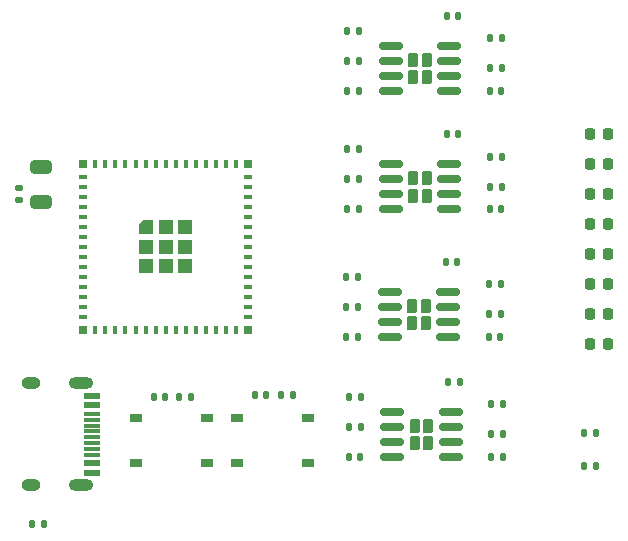
<source format=gbr>
%TF.GenerationSoftware,KiCad,Pcbnew,8.0.5*%
%TF.CreationDate,2024-11-19T03:03:03+05:30*%
%TF.ProjectId,midi,6d696469-2e6b-4696-9361-645f70636258,rev?*%
%TF.SameCoordinates,Original*%
%TF.FileFunction,Paste,Top*%
%TF.FilePolarity,Positive*%
%FSLAX46Y46*%
G04 Gerber Fmt 4.6, Leading zero omitted, Abs format (unit mm)*
G04 Created by KiCad (PCBNEW 8.0.5) date 2024-11-19 03:03:03*
%MOMM*%
%LPD*%
G01*
G04 APERTURE LIST*
G04 Aperture macros list*
%AMRoundRect*
0 Rectangle with rounded corners*
0 $1 Rounding radius*
0 $2 $3 $4 $5 $6 $7 $8 $9 X,Y pos of 4 corners*
0 Add a 4 corners polygon primitive as box body*
4,1,4,$2,$3,$4,$5,$6,$7,$8,$9,$2,$3,0*
0 Add four circle primitives for the rounded corners*
1,1,$1+$1,$2,$3*
1,1,$1+$1,$4,$5*
1,1,$1+$1,$6,$7*
1,1,$1+$1,$8,$9*
0 Add four rect primitives between the rounded corners*
20,1,$1+$1,$2,$3,$4,$5,0*
20,1,$1+$1,$4,$5,$6,$7,0*
20,1,$1+$1,$6,$7,$8,$9,0*
20,1,$1+$1,$8,$9,$2,$3,0*%
%AMOutline5P*
0 Free polygon, 5 corners , with rotation*
0 The origin of the aperture is its center*
0 number of corners: always 5*
0 $1 to $10 corner X, Y*
0 $11 Rotation angle, in degrees counterclockwise*
0 create outline with 5 corners*
4,1,5,$1,$2,$3,$4,$5,$6,$7,$8,$9,$10,$1,$2,$11*%
%AMOutline6P*
0 Free polygon, 6 corners , with rotation*
0 The origin of the aperture is its center*
0 number of corners: always 6*
0 $1 to $12 corner X, Y*
0 $13 Rotation angle, in degrees counterclockwise*
0 create outline with 6 corners*
4,1,6,$1,$2,$3,$4,$5,$6,$7,$8,$9,$10,$11,$12,$1,$2,$13*%
%AMOutline7P*
0 Free polygon, 7 corners , with rotation*
0 The origin of the aperture is its center*
0 number of corners: always 7*
0 $1 to $14 corner X, Y*
0 $15 Rotation angle, in degrees counterclockwise*
0 create outline with 7 corners*
4,1,7,$1,$2,$3,$4,$5,$6,$7,$8,$9,$10,$11,$12,$13,$14,$1,$2,$15*%
%AMOutline8P*
0 Free polygon, 8 corners , with rotation*
0 The origin of the aperture is its center*
0 number of corners: always 8*
0 $1 to $16 corner X, Y*
0 $17 Rotation angle, in degrees counterclockwise*
0 create outline with 8 corners*
4,1,8,$1,$2,$3,$4,$5,$6,$7,$8,$9,$10,$11,$12,$13,$14,$15,$16,$1,$2,$17*%
G04 Aperture macros list end*
%ADD10RoundRect,0.135000X-0.135000X-0.185000X0.135000X-0.185000X0.135000X0.185000X-0.135000X0.185000X0*%
%ADD11RoundRect,0.140000X0.140000X0.170000X-0.140000X0.170000X-0.140000X-0.170000X0.140000X-0.170000X0*%
%ADD12RoundRect,0.135000X0.135000X0.185000X-0.135000X0.185000X-0.135000X-0.185000X0.135000X-0.185000X0*%
%ADD13RoundRect,0.140000X-0.140000X-0.170000X0.140000X-0.170000X0.140000X0.170000X-0.140000X0.170000X0*%
%ADD14RoundRect,0.218750X0.218750X0.256250X-0.218750X0.256250X-0.218750X-0.256250X0.218750X-0.256250X0*%
%ADD15R,1.000000X0.750000*%
%ADD16R,1.450000X0.600000*%
%ADD17R,1.450000X0.300000*%
%ADD18O,2.100000X1.000000*%
%ADD19O,1.600000X1.000000*%
%ADD20RoundRect,0.230000X-0.230000X-0.375000X0.230000X-0.375000X0.230000X0.375000X-0.230000X0.375000X0*%
%ADD21RoundRect,0.150000X-0.825000X-0.150000X0.825000X-0.150000X0.825000X0.150000X-0.825000X0.150000X0*%
%ADD22RoundRect,0.250000X0.650000X-0.325000X0.650000X0.325000X-0.650000X0.325000X-0.650000X-0.325000X0*%
%ADD23RoundRect,0.140000X0.170000X-0.140000X0.170000X0.140000X-0.170000X0.140000X-0.170000X-0.140000X0*%
%ADD24R,0.800000X0.400000*%
%ADD25R,0.400000X0.800000*%
%ADD26Outline5P,-0.600000X0.204000X-0.204000X0.600000X0.600000X0.600000X0.600000X-0.600000X-0.600000X-0.600000X0.000000*%
%ADD27R,1.200000X1.200000*%
%ADD28R,0.800000X0.800000*%
G04 APERTURE END LIST*
D10*
%TO.C,R11*%
X88389090Y-67945000D03*
X89409090Y-67945000D03*
%TD*%
D11*
%TO.C,C17*%
X89510000Y-90805000D03*
X88550000Y-90805000D03*
%TD*%
D12*
%TO.C,R3*%
X63091000Y-85725000D03*
X62071000Y-85725000D03*
%TD*%
D10*
%TO.C,R20*%
X88520000Y-86360000D03*
X89540000Y-86360000D03*
%TD*%
D12*
%TO.C,R14*%
X77257500Y-75565000D03*
X76237500Y-75565000D03*
%TD*%
D13*
%TO.C,C3*%
X59972000Y-85725000D03*
X60932000Y-85725000D03*
%TD*%
D11*
%TO.C,C16*%
X85855000Y-84455000D03*
X84895000Y-84455000D03*
%TD*%
D14*
%TO.C,D5*%
X98425000Y-73660000D03*
X96850000Y-73660000D03*
%TD*%
D15*
%TO.C,SW1*%
X58468000Y-87533000D03*
X64468000Y-87533000D03*
X58468000Y-91283000D03*
X64468000Y-91283000D03*
%TD*%
D14*
%TO.C,D7*%
X98425000Y-78740000D03*
X96850000Y-78740000D03*
%TD*%
D13*
%TO.C,C5*%
X49685000Y-96520000D03*
X50645000Y-96520000D03*
%TD*%
D15*
%TO.C,SW2*%
X66977000Y-87533000D03*
X72977000Y-87533000D03*
X66977000Y-91283000D03*
X72977000Y-91283000D03*
%TD*%
D12*
%TO.C,R13*%
X77257500Y-78105000D03*
X76237500Y-78105000D03*
%TD*%
D10*
%TO.C,R12*%
X88389090Y-65405000D03*
X89409090Y-65405000D03*
%TD*%
D11*
%TO.C,C7*%
X85725000Y-53470000D03*
X84765000Y-53470000D03*
%TD*%
D14*
%TO.C,D4*%
X98425000Y-71120000D03*
X96850000Y-71120000D03*
%TD*%
D12*
%TO.C,R4*%
X71755000Y-85598000D03*
X70735000Y-85598000D03*
%TD*%
D11*
%TO.C,C10*%
X85724090Y-63500000D03*
X84764090Y-63500000D03*
%TD*%
D10*
%TO.C,R8*%
X88390000Y-55375000D03*
X89410000Y-55375000D03*
%TD*%
D12*
%TO.C,R9*%
X77344090Y-67310000D03*
X76324090Y-67310000D03*
%TD*%
D10*
%TO.C,R16*%
X88302500Y-76200000D03*
X89322500Y-76200000D03*
%TD*%
D13*
%TO.C,C12*%
X76267500Y-80645000D03*
X77227500Y-80645000D03*
%TD*%
D12*
%TO.C,R5*%
X77345000Y-57280000D03*
X76325000Y-57280000D03*
%TD*%
D13*
%TO.C,C15*%
X76485000Y-90805000D03*
X77445000Y-90805000D03*
%TD*%
D10*
%TO.C,R15*%
X88302500Y-78740000D03*
X89322500Y-78740000D03*
%TD*%
D16*
%TO.C,J4*%
X54685000Y-85675000D03*
X54685000Y-86450000D03*
D17*
X54685000Y-87650000D03*
X54685000Y-88650000D03*
X54685000Y-89150000D03*
X54685000Y-90150000D03*
D16*
X54685000Y-91350000D03*
X54685000Y-92125000D03*
D17*
X54685000Y-90650000D03*
X54685000Y-89650000D03*
X54685000Y-88150000D03*
X54685000Y-87150000D03*
D18*
X53770000Y-84580000D03*
D19*
X49590000Y-84580000D03*
D18*
X53770000Y-93220000D03*
D19*
X49590000Y-93220000D03*
%TD*%
D14*
%TO.C,D2*%
X98425000Y-66040000D03*
X96850000Y-66040000D03*
%TD*%
%TO.C,D8*%
X98425000Y-81280000D03*
X96850000Y-81280000D03*
%TD*%
D12*
%TO.C,R17*%
X77475000Y-88265000D03*
X76455000Y-88265000D03*
%TD*%
D11*
%TO.C,C14*%
X89292500Y-80645000D03*
X88332500Y-80645000D03*
%TD*%
D20*
%TO.C,U3*%
X81914090Y-67195000D03*
X81914090Y-68695000D03*
X83054090Y-67195000D03*
X83054090Y-68695000D03*
D21*
X80009090Y-66040000D03*
X80009090Y-67310000D03*
X80009090Y-68580000D03*
X80009090Y-69850000D03*
X84959090Y-69850000D03*
X84959090Y-68580000D03*
X84959090Y-67310000D03*
X84959090Y-66040000D03*
%TD*%
D12*
%TO.C,R10*%
X77344090Y-64770000D03*
X76324090Y-64770000D03*
%TD*%
D22*
%TO.C,C1*%
X50419000Y-69215000D03*
X50419000Y-66265000D03*
%TD*%
D14*
%TO.C,D1*%
X98425000Y-63500000D03*
X96850000Y-63500000D03*
%TD*%
D13*
%TO.C,C9*%
X76354090Y-69850000D03*
X77314090Y-69850000D03*
%TD*%
D11*
%TO.C,C13*%
X85637500Y-74295000D03*
X84677500Y-74295000D03*
%TD*%
%TO.C,C11*%
X89379090Y-69850000D03*
X88419090Y-69850000D03*
%TD*%
D12*
%TO.C,R6*%
X77345000Y-54740000D03*
X76325000Y-54740000D03*
%TD*%
D23*
%TO.C,C2*%
X48514000Y-69032000D03*
X48514000Y-68072000D03*
%TD*%
D20*
%TO.C,U4*%
X81827500Y-77990000D03*
X81827500Y-79490000D03*
X82967500Y-77990000D03*
X82967500Y-79490000D03*
D21*
X79922500Y-76835000D03*
X79922500Y-78105000D03*
X79922500Y-79375000D03*
X79922500Y-80645000D03*
X84872500Y-80645000D03*
X84872500Y-79375000D03*
X84872500Y-78105000D03*
X84872500Y-76835000D03*
%TD*%
D14*
%TO.C,D3*%
X98425000Y-68580000D03*
X96850000Y-68580000D03*
%TD*%
D10*
%TO.C,R2*%
X96389000Y-91567000D03*
X97409000Y-91567000D03*
%TD*%
%TO.C,R19*%
X88520000Y-88900000D03*
X89540000Y-88900000D03*
%TD*%
D13*
%TO.C,C6*%
X76355000Y-59820000D03*
X77315000Y-59820000D03*
%TD*%
%TO.C,C4*%
X68509000Y-85598000D03*
X69469000Y-85598000D03*
%TD*%
D11*
%TO.C,C8*%
X89380000Y-59820000D03*
X88420000Y-59820000D03*
%TD*%
D10*
%TO.C,R1*%
X96389000Y-88773000D03*
X97409000Y-88773000D03*
%TD*%
D12*
%TO.C,R18*%
X77475000Y-85725000D03*
X76455000Y-85725000D03*
%TD*%
D24*
%TO.C,U1*%
X53960000Y-67075000D03*
X53960000Y-67925000D03*
X53960000Y-68775000D03*
X53960000Y-69625000D03*
X53960000Y-70475000D03*
X53960000Y-71325000D03*
X53960000Y-72175000D03*
X53960000Y-73025000D03*
X53960000Y-73875000D03*
X53960000Y-74725000D03*
X53960000Y-75575000D03*
X53960000Y-76425000D03*
X53960000Y-77275000D03*
X53960000Y-78125000D03*
X53960000Y-78975000D03*
D25*
X55010000Y-80025000D03*
X55860000Y-80025000D03*
X56710000Y-80025000D03*
X57560000Y-80025000D03*
X58410000Y-80025000D03*
X59260000Y-80025000D03*
X60110000Y-80025000D03*
X60960000Y-80025000D03*
X61810000Y-80025000D03*
X62660000Y-80025000D03*
X63510000Y-80025000D03*
X64360000Y-80025000D03*
X65210000Y-80025000D03*
X66060000Y-80025000D03*
X66910000Y-80025000D03*
D24*
X67960000Y-78975000D03*
X67960000Y-78125000D03*
X67960000Y-77275000D03*
X67960000Y-76425000D03*
X67960000Y-75575000D03*
X67960000Y-74725000D03*
X67960000Y-73875000D03*
X67960000Y-73025000D03*
X67960000Y-72175000D03*
X67960000Y-71325000D03*
X67960000Y-70475000D03*
X67960000Y-69625000D03*
X67960000Y-68775000D03*
X67960000Y-67925000D03*
X67960000Y-67075000D03*
D25*
X66910000Y-66025000D03*
X66060000Y-66025000D03*
X65210000Y-66025000D03*
X64360000Y-66025000D03*
X63510000Y-66025000D03*
X62660000Y-66025000D03*
X61810000Y-66025000D03*
X60960000Y-66025000D03*
X60110000Y-66025000D03*
X59260000Y-66025000D03*
X58410000Y-66025000D03*
X57560000Y-66025000D03*
X56710000Y-66025000D03*
X55860000Y-66025000D03*
X55010000Y-66025000D03*
D26*
X59310000Y-71375000D03*
D27*
X59310000Y-73025000D03*
X59310000Y-74675000D03*
X60960000Y-71375000D03*
X60960000Y-73025000D03*
X60960000Y-74675000D03*
X62610000Y-71375000D03*
X62610000Y-73025000D03*
X62610000Y-74675000D03*
D28*
X53960000Y-66025000D03*
X53960000Y-80025000D03*
X67960000Y-80025000D03*
X67960000Y-66025000D03*
%TD*%
D20*
%TO.C,U2*%
X81915000Y-57165000D03*
X81915000Y-58665000D03*
X83055000Y-57165000D03*
X83055000Y-58665000D03*
D21*
X80010000Y-56010000D03*
X80010000Y-57280000D03*
X80010000Y-58550000D03*
X80010000Y-59820000D03*
X84960000Y-59820000D03*
X84960000Y-58550000D03*
X84960000Y-57280000D03*
X84960000Y-56010000D03*
%TD*%
D14*
%TO.C,D6*%
X98425000Y-76200000D03*
X96850000Y-76200000D03*
%TD*%
D10*
%TO.C,R7*%
X88390000Y-57915000D03*
X89410000Y-57915000D03*
%TD*%
D20*
%TO.C,U5*%
X82045000Y-88150000D03*
X82045000Y-89650000D03*
X83185000Y-88150000D03*
X83185000Y-89650000D03*
D21*
X80140000Y-86995000D03*
X80140000Y-88265000D03*
X80140000Y-89535000D03*
X80140000Y-90805000D03*
X85090000Y-90805000D03*
X85090000Y-89535000D03*
X85090000Y-88265000D03*
X85090000Y-86995000D03*
%TD*%
M02*

</source>
